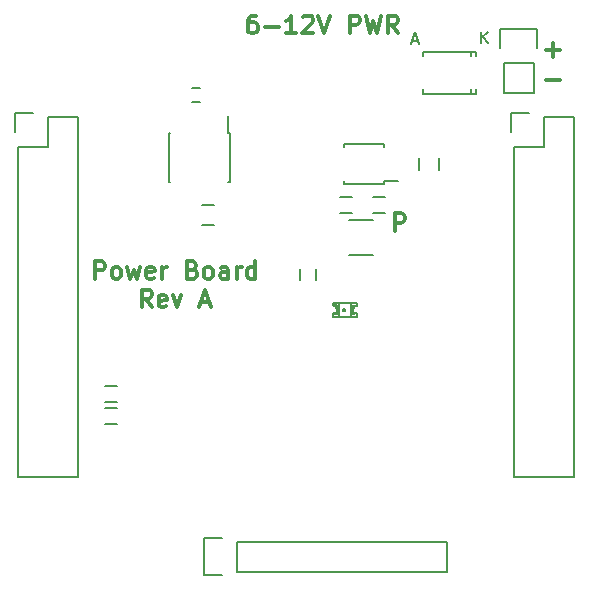
<source format=gto>
G04 #@! TF.FileFunction,Legend,Top*
%FSLAX46Y46*%
G04 Gerber Fmt 4.6, Leading zero omitted, Abs format (unit mm)*
G04 Created by KiCad (PCBNEW (2015-01-16 BZR 5376)-product) date 23/07/2015 11:54:15*
%MOMM*%
G01*
G04 APERTURE LIST*
%ADD10C,0.100000*%
%ADD11C,0.300000*%
%ADD12C,0.150000*%
G04 APERTURE END LIST*
D10*
D11*
X121857144Y-81178571D02*
X121571430Y-81178571D01*
X121428573Y-81250000D01*
X121357144Y-81321429D01*
X121214287Y-81535714D01*
X121142858Y-81821429D01*
X121142858Y-82392857D01*
X121214287Y-82535714D01*
X121285715Y-82607143D01*
X121428573Y-82678571D01*
X121714287Y-82678571D01*
X121857144Y-82607143D01*
X121928573Y-82535714D01*
X122000001Y-82392857D01*
X122000001Y-82035714D01*
X121928573Y-81892857D01*
X121857144Y-81821429D01*
X121714287Y-81750000D01*
X121428573Y-81750000D01*
X121285715Y-81821429D01*
X121214287Y-81892857D01*
X121142858Y-82035714D01*
X122642858Y-82107143D02*
X123785715Y-82107143D01*
X125285715Y-82678571D02*
X124428572Y-82678571D01*
X124857144Y-82678571D02*
X124857144Y-81178571D01*
X124714287Y-81392857D01*
X124571429Y-81535714D01*
X124428572Y-81607143D01*
X125857143Y-81321429D02*
X125928572Y-81250000D01*
X126071429Y-81178571D01*
X126428572Y-81178571D01*
X126571429Y-81250000D01*
X126642858Y-81321429D01*
X126714286Y-81464286D01*
X126714286Y-81607143D01*
X126642858Y-81821429D01*
X125785715Y-82678571D01*
X126714286Y-82678571D01*
X127142857Y-81178571D02*
X127642857Y-82678571D01*
X128142857Y-81178571D01*
X129785714Y-82678571D02*
X129785714Y-81178571D01*
X130357142Y-81178571D01*
X130500000Y-81250000D01*
X130571428Y-81321429D01*
X130642857Y-81464286D01*
X130642857Y-81678571D01*
X130571428Y-81821429D01*
X130500000Y-81892857D01*
X130357142Y-81964286D01*
X129785714Y-81964286D01*
X131142857Y-81178571D02*
X131500000Y-82678571D01*
X131785714Y-81607143D01*
X132071428Y-82678571D01*
X132428571Y-81178571D01*
X133857143Y-82678571D02*
X133357143Y-81964286D01*
X133000000Y-82678571D02*
X133000000Y-81178571D01*
X133571428Y-81178571D01*
X133714286Y-81250000D01*
X133785714Y-81321429D01*
X133857143Y-81464286D01*
X133857143Y-81678571D01*
X133785714Y-81821429D01*
X133714286Y-81892857D01*
X133571428Y-81964286D01*
X133000000Y-81964286D01*
X146428572Y-86607143D02*
X147571429Y-86607143D01*
X146428572Y-84107143D02*
X147571429Y-84107143D01*
X147000000Y-84678571D02*
X147000000Y-83535714D01*
X108214286Y-103478571D02*
X108214286Y-101978571D01*
X108785714Y-101978571D01*
X108928572Y-102050000D01*
X109000000Y-102121429D01*
X109071429Y-102264286D01*
X109071429Y-102478571D01*
X109000000Y-102621429D01*
X108928572Y-102692857D01*
X108785714Y-102764286D01*
X108214286Y-102764286D01*
X109928572Y-103478571D02*
X109785714Y-103407143D01*
X109714286Y-103335714D01*
X109642857Y-103192857D01*
X109642857Y-102764286D01*
X109714286Y-102621429D01*
X109785714Y-102550000D01*
X109928572Y-102478571D01*
X110142857Y-102478571D01*
X110285714Y-102550000D01*
X110357143Y-102621429D01*
X110428572Y-102764286D01*
X110428572Y-103192857D01*
X110357143Y-103335714D01*
X110285714Y-103407143D01*
X110142857Y-103478571D01*
X109928572Y-103478571D01*
X110928572Y-102478571D02*
X111214286Y-103478571D01*
X111500000Y-102764286D01*
X111785715Y-103478571D01*
X112071429Y-102478571D01*
X113214286Y-103407143D02*
X113071429Y-103478571D01*
X112785715Y-103478571D01*
X112642858Y-103407143D01*
X112571429Y-103264286D01*
X112571429Y-102692857D01*
X112642858Y-102550000D01*
X112785715Y-102478571D01*
X113071429Y-102478571D01*
X113214286Y-102550000D01*
X113285715Y-102692857D01*
X113285715Y-102835714D01*
X112571429Y-102978571D01*
X113928572Y-103478571D02*
X113928572Y-102478571D01*
X113928572Y-102764286D02*
X114000000Y-102621429D01*
X114071429Y-102550000D01*
X114214286Y-102478571D01*
X114357143Y-102478571D01*
X116500000Y-102692857D02*
X116714286Y-102764286D01*
X116785714Y-102835714D01*
X116857143Y-102978571D01*
X116857143Y-103192857D01*
X116785714Y-103335714D01*
X116714286Y-103407143D01*
X116571428Y-103478571D01*
X116000000Y-103478571D01*
X116000000Y-101978571D01*
X116500000Y-101978571D01*
X116642857Y-102050000D01*
X116714286Y-102121429D01*
X116785714Y-102264286D01*
X116785714Y-102407143D01*
X116714286Y-102550000D01*
X116642857Y-102621429D01*
X116500000Y-102692857D01*
X116000000Y-102692857D01*
X117714286Y-103478571D02*
X117571428Y-103407143D01*
X117500000Y-103335714D01*
X117428571Y-103192857D01*
X117428571Y-102764286D01*
X117500000Y-102621429D01*
X117571428Y-102550000D01*
X117714286Y-102478571D01*
X117928571Y-102478571D01*
X118071428Y-102550000D01*
X118142857Y-102621429D01*
X118214286Y-102764286D01*
X118214286Y-103192857D01*
X118142857Y-103335714D01*
X118071428Y-103407143D01*
X117928571Y-103478571D01*
X117714286Y-103478571D01*
X119500000Y-103478571D02*
X119500000Y-102692857D01*
X119428571Y-102550000D01*
X119285714Y-102478571D01*
X119000000Y-102478571D01*
X118857143Y-102550000D01*
X119500000Y-103407143D02*
X119357143Y-103478571D01*
X119000000Y-103478571D01*
X118857143Y-103407143D01*
X118785714Y-103264286D01*
X118785714Y-103121429D01*
X118857143Y-102978571D01*
X119000000Y-102907143D01*
X119357143Y-102907143D01*
X119500000Y-102835714D01*
X120214286Y-103478571D02*
X120214286Y-102478571D01*
X120214286Y-102764286D02*
X120285714Y-102621429D01*
X120357143Y-102550000D01*
X120500000Y-102478571D01*
X120642857Y-102478571D01*
X121785714Y-103478571D02*
X121785714Y-101978571D01*
X121785714Y-103407143D02*
X121642857Y-103478571D01*
X121357143Y-103478571D01*
X121214285Y-103407143D01*
X121142857Y-103335714D01*
X121071428Y-103192857D01*
X121071428Y-102764286D01*
X121142857Y-102621429D01*
X121214285Y-102550000D01*
X121357143Y-102478571D01*
X121642857Y-102478571D01*
X121785714Y-102550000D01*
X113035715Y-105878571D02*
X112535715Y-105164286D01*
X112178572Y-105878571D02*
X112178572Y-104378571D01*
X112750000Y-104378571D01*
X112892858Y-104450000D01*
X112964286Y-104521429D01*
X113035715Y-104664286D01*
X113035715Y-104878571D01*
X112964286Y-105021429D01*
X112892858Y-105092857D01*
X112750000Y-105164286D01*
X112178572Y-105164286D01*
X114250000Y-105807143D02*
X114107143Y-105878571D01*
X113821429Y-105878571D01*
X113678572Y-105807143D01*
X113607143Y-105664286D01*
X113607143Y-105092857D01*
X113678572Y-104950000D01*
X113821429Y-104878571D01*
X114107143Y-104878571D01*
X114250000Y-104950000D01*
X114321429Y-105092857D01*
X114321429Y-105235714D01*
X113607143Y-105378571D01*
X114821429Y-104878571D02*
X115178572Y-105878571D01*
X115535714Y-104878571D01*
X117178571Y-105450000D02*
X117892857Y-105450000D01*
X117035714Y-105878571D02*
X117535714Y-104378571D01*
X118035714Y-105878571D01*
X133607143Y-99428571D02*
X133607143Y-97928571D01*
X134178571Y-97928571D01*
X134321429Y-98000000D01*
X134392857Y-98071429D01*
X134464286Y-98214286D01*
X134464286Y-98428571D01*
X134392857Y-98571429D01*
X134321429Y-98642857D01*
X134178571Y-98714286D01*
X133607143Y-98714286D01*
D12*
X117110000Y-88505000D02*
X116410000Y-88505000D01*
X116410000Y-87305000D02*
X117110000Y-87305000D01*
X137350000Y-94250000D02*
X137350000Y-93250000D01*
X135650000Y-93250000D02*
X135650000Y-94250000D01*
X117325000Y-98950000D02*
X118325000Y-98950000D01*
X118325000Y-97250000D02*
X117325000Y-97250000D01*
X131750000Y-98525000D02*
X129750000Y-98525000D01*
X129750000Y-101475000D02*
X131750000Y-101475000D01*
X140059140Y-84279940D02*
X140059140Y-84630460D01*
X140059140Y-87780060D02*
X140059140Y-87429540D01*
X136009560Y-84279940D02*
X136009560Y-84630460D01*
X140510440Y-84279940D02*
X140510440Y-84630460D01*
X140510440Y-87780060D02*
X140510440Y-87429540D01*
X136009560Y-87780060D02*
X136009560Y-87429540D01*
X140510440Y-84279940D02*
X136009560Y-84279940D01*
X140510440Y-87780060D02*
X136009560Y-87780060D01*
X145380000Y-85175000D02*
X145380000Y-87715000D01*
X145660000Y-82355000D02*
X145660000Y-83905000D01*
X145380000Y-85175000D02*
X142840000Y-85175000D01*
X142560000Y-83905000D02*
X142560000Y-82355000D01*
X142560000Y-82355000D02*
X145660000Y-82355000D01*
X142840000Y-85175000D02*
X142840000Y-87715000D01*
X142840000Y-87715000D02*
X145380000Y-87715000D01*
X106810000Y-120210000D02*
X106810000Y-89730000D01*
X101730000Y-92270000D02*
X101730000Y-120210000D01*
X106810000Y-120210000D02*
X101730000Y-120210000D01*
X106810000Y-89730000D02*
X104270000Y-89730000D01*
X103000000Y-89450000D02*
X101450000Y-89450000D01*
X104270000Y-89730000D02*
X104270000Y-92270000D01*
X104270000Y-92270000D02*
X101730000Y-92270000D01*
X101450000Y-89450000D02*
X101450000Y-91000000D01*
X129000000Y-96575000D02*
X130000000Y-96575000D01*
X130000000Y-97925000D02*
X129000000Y-97925000D01*
X131750000Y-96575000D02*
X132750000Y-96575000D01*
X132750000Y-97925000D02*
X131750000Y-97925000D01*
X110100000Y-113875000D02*
X109100000Y-113875000D01*
X109100000Y-112525000D02*
X110100000Y-112525000D01*
X109100000Y-114425000D02*
X110100000Y-114425000D01*
X110100000Y-115775000D02*
X109100000Y-115775000D01*
X119625000Y-91100000D02*
X119480000Y-91100000D01*
X119625000Y-95250000D02*
X119480000Y-95250000D01*
X114475000Y-95250000D02*
X114620000Y-95250000D01*
X114475000Y-91100000D02*
X114620000Y-91100000D01*
X119625000Y-91100000D02*
X119625000Y-95250000D01*
X114475000Y-91100000D02*
X114475000Y-95250000D01*
X119480000Y-91100000D02*
X119480000Y-89700000D01*
X132675000Y-95425000D02*
X132675000Y-95175000D01*
X129325000Y-95425000D02*
X129325000Y-95175000D01*
X129325000Y-92075000D02*
X129325000Y-92325000D01*
X132675000Y-92075000D02*
X132675000Y-92325000D01*
X132675000Y-95425000D02*
X129325000Y-95425000D01*
X132675000Y-92075000D02*
X129325000Y-92075000D01*
X132675000Y-95175000D02*
X133925000Y-95175000D01*
X128912160Y-106404720D02*
X128912160Y-106729840D01*
X128912160Y-106729840D02*
X128411780Y-106729840D01*
X128411780Y-106404720D02*
X128411780Y-106729840D01*
X128912160Y-106404720D02*
X128411780Y-106404720D01*
X128912160Y-105782420D02*
X128912160Y-105932280D01*
X128912160Y-105932280D02*
X128660700Y-105932280D01*
X128660700Y-105782420D02*
X128660700Y-105932280D01*
X128912160Y-105782420D02*
X128660700Y-105782420D01*
X128912160Y-106277720D02*
X128912160Y-106427580D01*
X128912160Y-106427580D02*
X128660700Y-106427580D01*
X128660700Y-106277720D02*
X128660700Y-106427580D01*
X128912160Y-106277720D02*
X128660700Y-106277720D01*
X128912160Y-105906880D02*
X128912160Y-106303120D01*
X128912160Y-106303120D02*
X128736900Y-106303120D01*
X128736900Y-105906880D02*
X128736900Y-106303120D01*
X128912160Y-105906880D02*
X128736900Y-105906880D01*
X130408220Y-106404720D02*
X130408220Y-106729840D01*
X130408220Y-106729840D02*
X129907840Y-106729840D01*
X129907840Y-106404720D02*
X129907840Y-106729840D01*
X130408220Y-106404720D02*
X129907840Y-106404720D01*
X130408220Y-105480160D02*
X130408220Y-105805280D01*
X130408220Y-105805280D02*
X129907840Y-105805280D01*
X129907840Y-105480160D02*
X129907840Y-105805280D01*
X130408220Y-105480160D02*
X129907840Y-105480160D01*
X130159300Y-106277720D02*
X130159300Y-106427580D01*
X130159300Y-106427580D02*
X129907840Y-106427580D01*
X129907840Y-106277720D02*
X129907840Y-106427580D01*
X130159300Y-106277720D02*
X129907840Y-106277720D01*
X130159300Y-105782420D02*
X130159300Y-105932280D01*
X130159300Y-105932280D02*
X129907840Y-105932280D01*
X129907840Y-105782420D02*
X129907840Y-105932280D01*
X130159300Y-105782420D02*
X129907840Y-105782420D01*
X130083100Y-105906880D02*
X130083100Y-106303120D01*
X130083100Y-106303120D02*
X129907840Y-106303120D01*
X129907840Y-105906880D02*
X129907840Y-106303120D01*
X130083100Y-105906880D02*
X129907840Y-105906880D01*
X129410000Y-106005940D02*
X129410000Y-106204060D01*
X129410000Y-106204060D02*
X129211880Y-106204060D01*
X129211880Y-106005940D02*
X129211880Y-106204060D01*
X129410000Y-106005940D02*
X129211880Y-106005940D01*
X128912160Y-105505560D02*
X128912160Y-105805280D01*
X128912160Y-105805280D02*
X128612440Y-105805280D01*
X128612440Y-105505560D02*
X128612440Y-105805280D01*
X128912160Y-105505560D02*
X128612440Y-105505560D01*
X128485440Y-105480160D02*
X128485440Y-105706220D01*
X128485440Y-105706220D02*
X128411780Y-105706220D01*
X128411780Y-105480160D02*
X128411780Y-105706220D01*
X128485440Y-105480160D02*
X128411780Y-105480160D01*
X128886760Y-106679040D02*
X129933240Y-106679040D01*
X129907840Y-105530960D02*
X128485440Y-105530960D01*
X128633482Y-105655420D02*
G75*
G03X128633482Y-105655420I-71842J0D01*
G01*
X128411780Y-105757020D02*
G75*
G02X128411780Y-106452980I0J-347980D01*
G01*
X130408220Y-106452980D02*
G75*
G02X130408220Y-105757020I0J347980D01*
G01*
X125560000Y-103605000D02*
X125560000Y-102605000D01*
X126910000Y-102605000D02*
X126910000Y-103605000D01*
X148810000Y-120210000D02*
X148810000Y-89730000D01*
X143730000Y-92270000D02*
X143730000Y-120210000D01*
X148810000Y-120210000D02*
X143730000Y-120210000D01*
X148810000Y-89730000D02*
X146270000Y-89730000D01*
X145000000Y-89450000D02*
X143450000Y-89450000D01*
X146270000Y-89730000D02*
X146270000Y-92270000D01*
X146270000Y-92270000D02*
X143730000Y-92270000D01*
X143450000Y-89450000D02*
X143450000Y-91000000D01*
X120270000Y-125730000D02*
X138050000Y-125730000D01*
X138050000Y-125730000D02*
X138050000Y-128270000D01*
X138050000Y-128270000D02*
X120270000Y-128270000D01*
X117450000Y-125450000D02*
X119000000Y-125450000D01*
X120270000Y-125730000D02*
X120270000Y-128270000D01*
X119000000Y-128550000D02*
X117450000Y-128550000D01*
X117450000Y-128550000D02*
X117450000Y-125450000D01*
X140898095Y-83532381D02*
X140898095Y-82532381D01*
X141469524Y-83532381D02*
X141040952Y-82960952D01*
X141469524Y-82532381D02*
X140898095Y-83103810D01*
X135121905Y-83296667D02*
X135598096Y-83296667D01*
X135026667Y-83582381D02*
X135360000Y-82582381D01*
X135693334Y-83582381D01*
M02*

</source>
